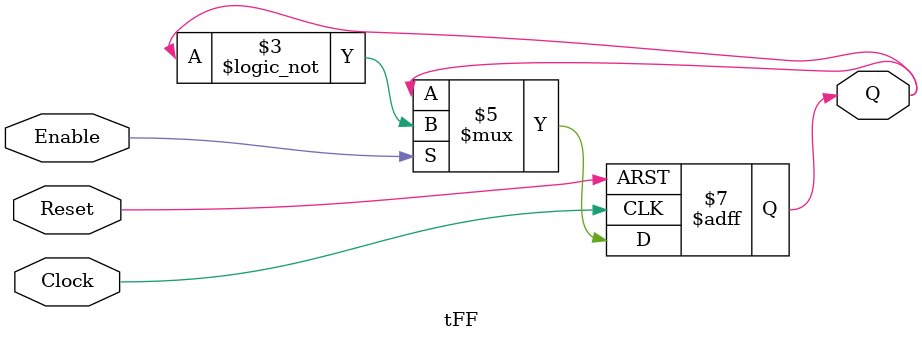
<source format=v>
module part1 (Clock, Enable, Clear_b, CounterValue);
    input Clock, Enable, Clear_b;
    output [7:0] CounterValue;

    wire and1, and2, and3, and4, and5, and6, and7;

    assign and1 = (Enable & CounterValue[0]);
    assign and2 = (and1 & CounterValue[1]);
    assign and3 = (and2 & CounterValue[2]);
    assign and4 = (and3 & CounterValue[3]);
    assign and5 = (and4 & CounterValue[4]);
    assign and6 = (and5 & CounterValue[5]);
    assign and7 = (and6 & CounterValue[6]);

    tFF U0 (Clock, Clear_b, Enable, CounterValue[0]);
    tFF U1 (Clock, Clear_b, and1, CounterValue[1]);
    tFF U2 (Clock, Clear_b, and2, CounterValue[2]);
    tFF U3 (Clock, Clear_b, and3, CounterValue[3]);
    tFF U4 (Clock, Clear_b, and4, CounterValue[4]);
    tFF U5 (Clock, Clear_b, and5, CounterValue[5]);
    tFF U6 (Clock, Clear_b, and6, CounterValue[6]);
    tFF U7 (Clock, Clear_b, and7, CounterValue[7]);
    
endmodule

module tFF (Clock, Reset, Enable, Q);
    input Clock, Reset, Enable;
    output reg Q;

    always @ (posedge Clock, negedge Reset)
    begin
        if (!Reset)
            Q <= 0;
        else if (Enable)
            Q <= !Q;
        else
            Q <= Q;
    end
endmodule
</source>
